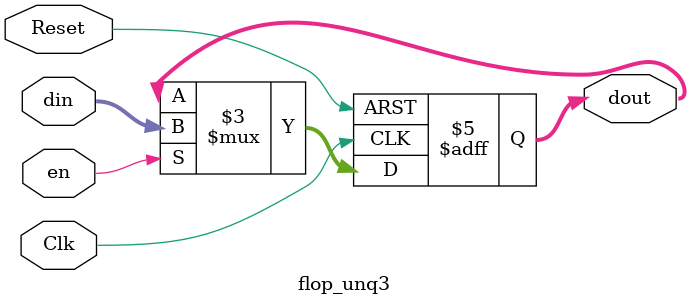
<source format=sv>

/* *****************************************************************************
 * File: flop.vp
 * 
 * Description:
 * Genesis2 flip-flop generator.
 * 
 * Required Genesis2 Controlable Parameters:
 * * Type		- Constant, Flop, RFlop, EFlop, or REFlop
 * * Width		- integer value specifying register width
 * * Default		- default value for the flop 
 *			 (only applies when flop_type=constant|rflop|reflop)
 * * SyncMode		- Sync or ASync flop * Change bar:
 * 
 * 
 * -----------
 * Date          Author   Description
 * Mar 30, 2010  shacham  init version  --  
 * May 20, 2014  jingpu   Add Async mode, change to active low reset
 * 
 * ****************************************************************************/


/*******************************************************************************
 * REQUIRED PARAMETERIZATION
 ******************************************************************************/
// Type (_GENESIS2_INHERITANCE_PRIORITY_) = REFlop
//
// Default (_GENESIS2_INHERITANCE_PRIORITY_) = 0
//
// Width (_GENESIS2_INHERITANCE_PRIORITY_) = 14
//
// SyncMode (_GENESIS2_DECLARATION_PRIORITY_) = ASync
//

module flop_unq3(
	       //inputs
	       input wire logic 		   Clk,
	       input wire logic [13:0]  din,
	       input wire logic 		   Reset,
	       input wire logic 		   en,

	       //outputs
	       output logic [13:0] dout
	       );


   /* synopsys dc_tcl_script_begin
    set_dont_retime [current_design] true
    set_optimize_registers false -design [current_design]
    */
   


   
   always_ff @(posedge Clk or negedge Reset) begin
      if (!Reset) 
	dout <= 14'h0;
      else if (en)
	dout <= din;
   end

endmodule : flop_unq3

</source>
